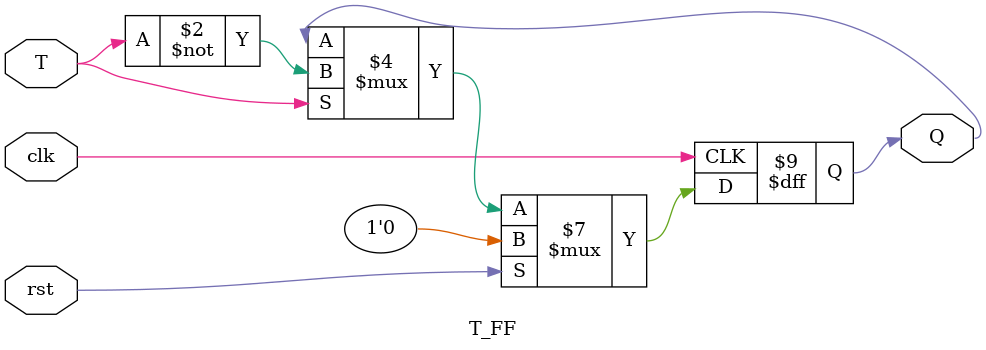
<source format=v>
module T_FF(
input clk,rst,T,
output reg Q);

always @(posedge clk) begin
   if(rst)
    Q <= 0;
   else begin
   if(T)
    Q <= ~(T);
   else
    Q <= Q;
  end
 end
endmodule 

</source>
